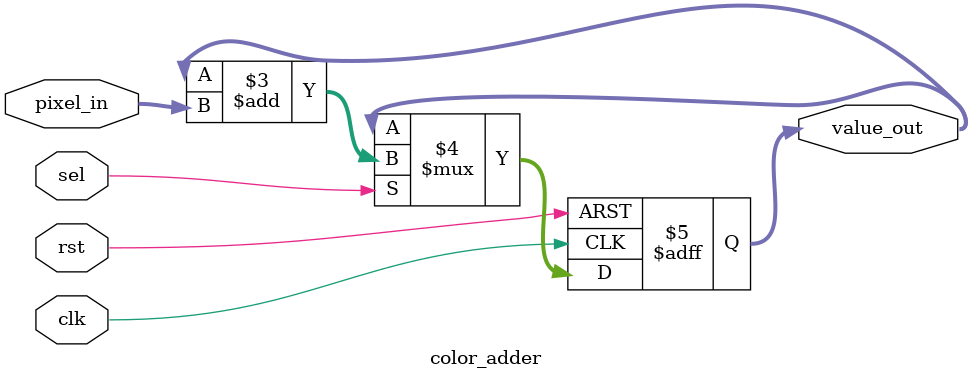
<source format=v>
`timescale 1ns/10ps
module color_adder(clk, rst, value_out, pixel_in, sel);
input clk, rst, sel;
input [7:0] pixel_in;
output [22:0] value_out;
reg [22:0] value_out;

always @(negedge clk or negedge rst)
begin
	if(!rst)
	begin
		value_out <= 0;
	end
	else
	begin
		//可能需要換成其他加法器
		value_out <= (sel)?(value_out + pixel_in):(value_out);
	end
end
endmodule

</source>
